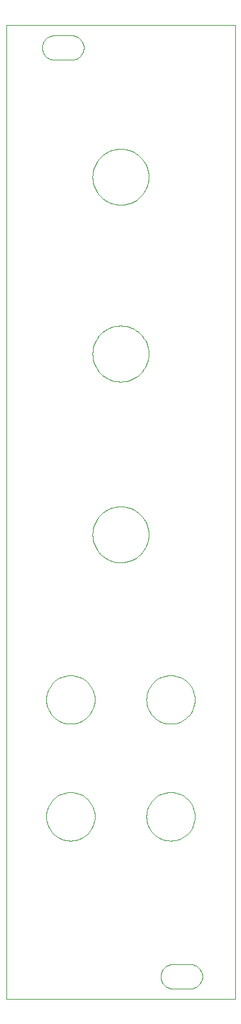
<source format=gbr>
G04 #@! TF.GenerationSoftware,KiCad,Pcbnew,(5.1.10-1-10_14)*
G04 #@! TF.CreationDate,2021-09-13T20:29:14+02:00*
G04 #@! TF.ProjectId,Ring_fold_panel,52696e67-5f66-46f6-9c64-5f70616e656c,rev?*
G04 #@! TF.SameCoordinates,Original*
G04 #@! TF.FileFunction,Profile,NP*
%FSLAX46Y46*%
G04 Gerber Fmt 4.6, Leading zero omitted, Abs format (unit mm)*
G04 Created by KiCad (PCBNEW (5.1.10-1-10_14)) date 2021-09-13 20:29:14*
%MOMM*%
%LPD*%
G01*
G04 APERTURE LIST*
G04 #@! TA.AperFunction,Profile*
%ADD10C,0.100000*%
G04 #@! TD*
G04 APERTURE END LIST*
D10*
X118674500Y-34492500D02*
X148914500Y-34492500D01*
X148914500Y-34492500D02*
X148914500Y-162992500D01*
X148914500Y-162992500D02*
X118674500Y-162992500D01*
X118674500Y-162992500D02*
X118674500Y-34492500D01*
X118674500Y-34492500D02*
X118674500Y-34492500D01*
X125024500Y-35892500D02*
X127324500Y-35892500D01*
X127324500Y-35892500D02*
X127488540Y-35900730D01*
X127488540Y-35900730D02*
X127647740Y-35924890D01*
X127647740Y-35924890D02*
X127801310Y-35964200D01*
X127801310Y-35964200D02*
X127948450Y-36017850D01*
X127948450Y-36017850D02*
X128088370Y-36085060D01*
X128088370Y-36085060D02*
X128220280Y-36165030D01*
X128220280Y-36165030D02*
X128456900Y-36360100D01*
X128456900Y-36360100D02*
X128651970Y-36596720D01*
X128651970Y-36596720D02*
X128731900Y-36728630D01*
X128731900Y-36728630D02*
X128799100Y-36868550D01*
X128799100Y-36868550D02*
X128852800Y-37015690D01*
X128852800Y-37015690D02*
X128892100Y-37169260D01*
X128892100Y-37169260D02*
X128916300Y-37328460D01*
X128916300Y-37328460D02*
X128924500Y-37492500D01*
X128924500Y-37492500D02*
X128916300Y-37656540D01*
X128916300Y-37656540D02*
X128892100Y-37815740D01*
X128892100Y-37815740D02*
X128852800Y-37969310D01*
X128852800Y-37969310D02*
X128799100Y-38116450D01*
X128799100Y-38116450D02*
X128731900Y-38256370D01*
X128731900Y-38256370D02*
X128651970Y-38388280D01*
X128651970Y-38388280D02*
X128456900Y-38624900D01*
X128456900Y-38624900D02*
X128220280Y-38819970D01*
X128220280Y-38819970D02*
X128088370Y-38899940D01*
X128088370Y-38899940D02*
X127948450Y-38967150D01*
X127948450Y-38967150D02*
X127801310Y-39020800D01*
X127801310Y-39020800D02*
X127647740Y-39060110D01*
X127647740Y-39060110D02*
X127488540Y-39084270D01*
X127488540Y-39084270D02*
X127324500Y-39092500D01*
X127324500Y-39092500D02*
X125024500Y-39092500D01*
X125024500Y-39092500D02*
X124860460Y-39084270D01*
X124860460Y-39084270D02*
X124701260Y-39060110D01*
X124701260Y-39060110D02*
X124547690Y-39020800D01*
X124547690Y-39020800D02*
X124400550Y-38967150D01*
X124400550Y-38967150D02*
X124260630Y-38899940D01*
X124260630Y-38899940D02*
X124128720Y-38819970D01*
X124128720Y-38819970D02*
X123892100Y-38624900D01*
X123892100Y-38624900D02*
X123697030Y-38388280D01*
X123697030Y-38388280D02*
X123617060Y-38256370D01*
X123617060Y-38256370D02*
X123549850Y-38116450D01*
X123549850Y-38116450D02*
X123496200Y-37969310D01*
X123496200Y-37969310D02*
X123456890Y-37815740D01*
X123456890Y-37815740D02*
X123432730Y-37656540D01*
X123432730Y-37656540D02*
X123424500Y-37492500D01*
X123424500Y-37492500D02*
X123432730Y-37328460D01*
X123432730Y-37328460D02*
X123456890Y-37169260D01*
X123456890Y-37169260D02*
X123496200Y-37015690D01*
X123496200Y-37015690D02*
X123549850Y-36868550D01*
X123549850Y-36868550D02*
X123617060Y-36728630D01*
X123617060Y-36728630D02*
X123697030Y-36596720D01*
X123697030Y-36596720D02*
X123892100Y-36360100D01*
X123892100Y-36360100D02*
X124128720Y-36165030D01*
X124128720Y-36165030D02*
X124260630Y-36085060D01*
X124260630Y-36085060D02*
X124400550Y-36017850D01*
X124400550Y-36017850D02*
X124547690Y-35964200D01*
X124547690Y-35964200D02*
X124701260Y-35924890D01*
X124701260Y-35924890D02*
X124860460Y-35900730D01*
X124860460Y-35900730D02*
X125024500Y-35892500D01*
X125024500Y-35892500D02*
X125024500Y-35892500D01*
X125024500Y-35892500D02*
X125024500Y-35892500D01*
X140695000Y-158392500D02*
X142995000Y-158392500D01*
X142995000Y-158392500D02*
X143159100Y-158400500D01*
X143159100Y-158400500D02*
X143318300Y-158424500D01*
X143318300Y-158424500D02*
X143471800Y-158464500D01*
X143471800Y-158464500D02*
X143619000Y-158517500D01*
X143619000Y-158517500D02*
X143758900Y-158585500D01*
X143758900Y-158585500D02*
X143890800Y-158665500D01*
X143890800Y-158665500D02*
X144127400Y-158860500D01*
X144127400Y-158860500D02*
X144322500Y-159096500D01*
X144322500Y-159096500D02*
X144402500Y-159228500D01*
X144402500Y-159228500D02*
X144469700Y-159368500D01*
X144469700Y-159368500D02*
X144523300Y-159515500D01*
X144523300Y-159515500D02*
X144562600Y-159669500D01*
X144562600Y-159669500D02*
X144586800Y-159828500D01*
X144586800Y-159828500D02*
X144595000Y-159992500D01*
X144595000Y-159992500D02*
X144586800Y-160156500D01*
X144586800Y-160156500D02*
X144562600Y-160315500D01*
X144562600Y-160315500D02*
X144523300Y-160469500D01*
X144523300Y-160469500D02*
X144469700Y-160616500D01*
X144469700Y-160616500D02*
X144402500Y-160756500D01*
X144402500Y-160756500D02*
X144322500Y-160888500D01*
X144322500Y-160888500D02*
X144127400Y-161124500D01*
X144127400Y-161124500D02*
X143890800Y-161319500D01*
X143890800Y-161319500D02*
X143758900Y-161399500D01*
X143758900Y-161399500D02*
X143619000Y-161467500D01*
X143619000Y-161467500D02*
X143471800Y-161520500D01*
X143471800Y-161520500D02*
X143318300Y-161560500D01*
X143318300Y-161560500D02*
X143159100Y-161584500D01*
X143159100Y-161584500D02*
X142995000Y-161592500D01*
X142995000Y-161592500D02*
X140695000Y-161592500D01*
X140695000Y-161592500D02*
X140531000Y-161584500D01*
X140531000Y-161584500D02*
X140371800Y-161560500D01*
X140371800Y-161560500D02*
X140218200Y-161520500D01*
X140218200Y-161520500D02*
X140071100Y-161467500D01*
X140071100Y-161467500D02*
X139931200Y-161399500D01*
X139931200Y-161399500D02*
X139799300Y-161319500D01*
X139799300Y-161319500D02*
X139562600Y-161124500D01*
X139562600Y-161124500D02*
X139367600Y-160888500D01*
X139367600Y-160888500D02*
X139287600Y-160756500D01*
X139287600Y-160756500D02*
X139220400Y-160616500D01*
X139220400Y-160616500D02*
X139166700Y-160469500D01*
X139166700Y-160469500D02*
X139127400Y-160315500D01*
X139127400Y-160315500D02*
X139103300Y-160156500D01*
X139103300Y-160156500D02*
X139095000Y-159992500D01*
X139095000Y-159992500D02*
X139103300Y-159828500D01*
X139103300Y-159828500D02*
X139127400Y-159669500D01*
X139127400Y-159669500D02*
X139166700Y-159515500D01*
X139166700Y-159515500D02*
X139220400Y-159368500D01*
X139220400Y-159368500D02*
X139287600Y-159228500D01*
X139287600Y-159228500D02*
X139367600Y-159096500D01*
X139367600Y-159096500D02*
X139562600Y-158860500D01*
X139562600Y-158860500D02*
X139799300Y-158665500D01*
X139799300Y-158665500D02*
X139931200Y-158585500D01*
X139931200Y-158585500D02*
X140071100Y-158517500D01*
X140071100Y-158517500D02*
X140218200Y-158464500D01*
X140218200Y-158464500D02*
X140371800Y-158424500D01*
X140371800Y-158424500D02*
X140531000Y-158400500D01*
X140531000Y-158400500D02*
X140695000Y-158392500D01*
X140695000Y-158392500D02*
X140695000Y-158392500D01*
X140695000Y-158392500D02*
X140695000Y-158392500D01*
X137494500Y-54548400D02*
X137475400Y-54926700D01*
X137475400Y-54926700D02*
X137419300Y-55294000D01*
X137419300Y-55294000D02*
X137328100Y-55648600D01*
X137328100Y-55648600D02*
X137203700Y-55988600D01*
X137203700Y-55988600D02*
X137047900Y-56312000D01*
X137047900Y-56312000D02*
X136862600Y-56617100D01*
X136862600Y-56617100D02*
X136649600Y-56901900D01*
X136649600Y-56901900D02*
X136410800Y-57164700D01*
X136410800Y-57164700D02*
X136148000Y-57403500D01*
X136148000Y-57403500D02*
X135863200Y-57616500D01*
X135863200Y-57616500D02*
X135558100Y-57801800D01*
X135558100Y-57801800D02*
X135234700Y-57957600D01*
X135234700Y-57957600D02*
X134894700Y-58082000D01*
X134894700Y-58082000D02*
X134540200Y-58173200D01*
X134540200Y-58173200D02*
X134172800Y-58229300D01*
X134172800Y-58229300D02*
X133794500Y-58248400D01*
X133794500Y-58248400D02*
X133428800Y-58230300D01*
X133428800Y-58230300D02*
X133069300Y-58176600D01*
X133069300Y-58176600D02*
X132718400Y-58088400D01*
X132718400Y-58088400D02*
X132378500Y-57966700D01*
X132378500Y-57966700D02*
X132052200Y-57812500D01*
X132052200Y-57812500D02*
X131741700Y-57626700D01*
X131741700Y-57626700D02*
X131449600Y-57410400D01*
X131449600Y-57410400D02*
X131178200Y-57164700D01*
X131178200Y-57164700D02*
X130932400Y-56893300D01*
X130932400Y-56893300D02*
X130716100Y-56601100D01*
X130716100Y-56601100D02*
X130530400Y-56290700D01*
X130530400Y-56290700D02*
X130376100Y-55964300D01*
X130376100Y-55964300D02*
X130254400Y-55624500D01*
X130254400Y-55624500D02*
X130166200Y-55273600D01*
X130166200Y-55273600D02*
X130112600Y-54914100D01*
X130112600Y-54914100D02*
X130094500Y-54548400D01*
X130094500Y-54548400D02*
X130112600Y-54182700D01*
X130112600Y-54182700D02*
X130166200Y-53823200D01*
X130166200Y-53823200D02*
X130254400Y-53472300D01*
X130254400Y-53472300D02*
X130376100Y-53132400D01*
X130376100Y-53132400D02*
X130530400Y-52806100D01*
X130530400Y-52806100D02*
X130716100Y-52495600D01*
X130716100Y-52495600D02*
X130932400Y-52203500D01*
X130932400Y-52203500D02*
X131178200Y-51932100D01*
X131178200Y-51932100D02*
X131449600Y-51686300D01*
X131449600Y-51686300D02*
X131741700Y-51470000D01*
X131741700Y-51470000D02*
X132052200Y-51284300D01*
X132052200Y-51284300D02*
X132378500Y-51130000D01*
X132378500Y-51130000D02*
X132718400Y-51008300D01*
X132718400Y-51008300D02*
X133069300Y-50920100D01*
X133069300Y-50920100D02*
X133428800Y-50866500D01*
X133428800Y-50866500D02*
X133794500Y-50848400D01*
X133794500Y-50848400D02*
X134160200Y-50866500D01*
X134160200Y-50866500D02*
X134519700Y-50920100D01*
X134519700Y-50920100D02*
X134870600Y-51008300D01*
X134870600Y-51008300D02*
X135210400Y-51130000D01*
X135210400Y-51130000D02*
X135536800Y-51284300D01*
X135536800Y-51284300D02*
X135847200Y-51470000D01*
X135847200Y-51470000D02*
X136139400Y-51686300D01*
X136139400Y-51686300D02*
X136410800Y-51932100D01*
X136410800Y-51932100D02*
X136656600Y-52203500D01*
X136656600Y-52203500D02*
X136872800Y-52495600D01*
X136872800Y-52495600D02*
X137058600Y-52806100D01*
X137058600Y-52806100D02*
X137212800Y-53132400D01*
X137212800Y-53132400D02*
X137334500Y-53472300D01*
X137334500Y-53472300D02*
X137422700Y-53823200D01*
X137422700Y-53823200D02*
X137476400Y-54182700D01*
X137476400Y-54182700D02*
X137494500Y-54548400D01*
X137494500Y-54548400D02*
X137494500Y-54548400D01*
X137494500Y-77865900D02*
X137475400Y-78244200D01*
X137475400Y-78244200D02*
X137419300Y-78611500D01*
X137419300Y-78611500D02*
X137328100Y-78966100D01*
X137328100Y-78966100D02*
X137203700Y-79306100D01*
X137203700Y-79306100D02*
X137047900Y-79629500D01*
X137047900Y-79629500D02*
X136862600Y-79934600D01*
X136862600Y-79934600D02*
X136649600Y-80219400D01*
X136649600Y-80219400D02*
X136410800Y-80482200D01*
X136410800Y-80482200D02*
X136148000Y-80721000D01*
X136148000Y-80721000D02*
X135863200Y-80934000D01*
X135863200Y-80934000D02*
X135558100Y-81119300D01*
X135558100Y-81119300D02*
X135234700Y-81275100D01*
X135234700Y-81275100D02*
X134894700Y-81399500D01*
X134894700Y-81399500D02*
X134540200Y-81490700D01*
X134540200Y-81490700D02*
X134172800Y-81546800D01*
X134172800Y-81546800D02*
X133794500Y-81565900D01*
X133794500Y-81565900D02*
X133428800Y-81547800D01*
X133428800Y-81547800D02*
X133069300Y-81494100D01*
X133069300Y-81494100D02*
X132718400Y-81405900D01*
X132718400Y-81405900D02*
X132378500Y-81284200D01*
X132378500Y-81284200D02*
X132052200Y-81130000D01*
X132052200Y-81130000D02*
X131741700Y-80944200D01*
X131741700Y-80944200D02*
X131449600Y-80727900D01*
X131449600Y-80727900D02*
X131178200Y-80482200D01*
X131178200Y-80482200D02*
X130932400Y-80210800D01*
X130932400Y-80210800D02*
X130716100Y-79918600D01*
X130716100Y-79918600D02*
X130530400Y-79608200D01*
X130530400Y-79608200D02*
X130376100Y-79281800D01*
X130376100Y-79281800D02*
X130254400Y-78942000D01*
X130254400Y-78942000D02*
X130166200Y-78591100D01*
X130166200Y-78591100D02*
X130112600Y-78231600D01*
X130112600Y-78231600D02*
X130094500Y-77865900D01*
X130094500Y-77865900D02*
X130112600Y-77500200D01*
X130112600Y-77500200D02*
X130166200Y-77140700D01*
X130166200Y-77140700D02*
X130254400Y-76789800D01*
X130254400Y-76789800D02*
X130376100Y-76449900D01*
X130376100Y-76449900D02*
X130530400Y-76123600D01*
X130530400Y-76123600D02*
X130716100Y-75813100D01*
X130716100Y-75813100D02*
X130932400Y-75521000D01*
X130932400Y-75521000D02*
X131178200Y-75249600D01*
X131178200Y-75249600D02*
X131449600Y-75003800D01*
X131449600Y-75003800D02*
X131741700Y-74787500D01*
X131741700Y-74787500D02*
X132052200Y-74601800D01*
X132052200Y-74601800D02*
X132378500Y-74447500D01*
X132378500Y-74447500D02*
X132718400Y-74325800D01*
X132718400Y-74325800D02*
X133069300Y-74237600D01*
X133069300Y-74237600D02*
X133428800Y-74184000D01*
X133428800Y-74184000D02*
X133794500Y-74165900D01*
X133794500Y-74165900D02*
X134160200Y-74184000D01*
X134160200Y-74184000D02*
X134519700Y-74237600D01*
X134519700Y-74237600D02*
X134870600Y-74325800D01*
X134870600Y-74325800D02*
X135210400Y-74447500D01*
X135210400Y-74447500D02*
X135536800Y-74601800D01*
X135536800Y-74601800D02*
X135847200Y-74787500D01*
X135847200Y-74787500D02*
X136139400Y-75003800D01*
X136139400Y-75003800D02*
X136410800Y-75249600D01*
X136410800Y-75249600D02*
X136656600Y-75521000D01*
X136656600Y-75521000D02*
X136872800Y-75813100D01*
X136872800Y-75813100D02*
X137058600Y-76123600D01*
X137058600Y-76123600D02*
X137212800Y-76449900D01*
X137212800Y-76449900D02*
X137334500Y-76789800D01*
X137334500Y-76789800D02*
X137422700Y-77140700D01*
X137422700Y-77140700D02*
X137476400Y-77500200D01*
X137476400Y-77500200D02*
X137494500Y-77865900D01*
X137494500Y-77865900D02*
X137494500Y-77865900D01*
X137494500Y-101712600D02*
X137475400Y-102090900D01*
X137475400Y-102090900D02*
X137419300Y-102458200D01*
X137419300Y-102458200D02*
X137328100Y-102812800D01*
X137328100Y-102812800D02*
X137203700Y-103152800D01*
X137203700Y-103152800D02*
X137047900Y-103476200D01*
X137047900Y-103476200D02*
X136862600Y-103781300D01*
X136862600Y-103781300D02*
X136649600Y-104066100D01*
X136649600Y-104066100D02*
X136410800Y-104328900D01*
X136410800Y-104328900D02*
X136148000Y-104567700D01*
X136148000Y-104567700D02*
X135863200Y-104780700D01*
X135863200Y-104780700D02*
X135558100Y-104966000D01*
X135558100Y-104966000D02*
X135234700Y-105121800D01*
X135234700Y-105121800D02*
X134894700Y-105246200D01*
X134894700Y-105246200D02*
X134540200Y-105337400D01*
X134540200Y-105337400D02*
X134172800Y-105393500D01*
X134172800Y-105393500D02*
X133794500Y-105412600D01*
X133794500Y-105412600D02*
X133428800Y-105394500D01*
X133428800Y-105394500D02*
X133069300Y-105340800D01*
X133069300Y-105340800D02*
X132718400Y-105252600D01*
X132718400Y-105252600D02*
X132378500Y-105130900D01*
X132378500Y-105130900D02*
X132052200Y-104976700D01*
X132052200Y-104976700D02*
X131741700Y-104790900D01*
X131741700Y-104790900D02*
X131449600Y-104574600D01*
X131449600Y-104574600D02*
X131178200Y-104328900D01*
X131178200Y-104328900D02*
X130932400Y-104057500D01*
X130932400Y-104057500D02*
X130716100Y-103765300D01*
X130716100Y-103765300D02*
X130530400Y-103454900D01*
X130530400Y-103454900D02*
X130376100Y-103128500D01*
X130376100Y-103128500D02*
X130254400Y-102788700D01*
X130254400Y-102788700D02*
X130166200Y-102437800D01*
X130166200Y-102437800D02*
X130112600Y-102078300D01*
X130112600Y-102078300D02*
X130094500Y-101712600D01*
X130094500Y-101712600D02*
X130112600Y-101346900D01*
X130112600Y-101346900D02*
X130166200Y-100987400D01*
X130166200Y-100987400D02*
X130254400Y-100636500D01*
X130254400Y-100636500D02*
X130376100Y-100296600D01*
X130376100Y-100296600D02*
X130530400Y-99970300D01*
X130530400Y-99970300D02*
X130716100Y-99659800D01*
X130716100Y-99659800D02*
X130932400Y-99367700D01*
X130932400Y-99367700D02*
X131178200Y-99096300D01*
X131178200Y-99096300D02*
X131449600Y-98850500D01*
X131449600Y-98850500D02*
X131741700Y-98634200D01*
X131741700Y-98634200D02*
X132052200Y-98448500D01*
X132052200Y-98448500D02*
X132378500Y-98294200D01*
X132378500Y-98294200D02*
X132718400Y-98172500D01*
X132718400Y-98172500D02*
X133069300Y-98084300D01*
X133069300Y-98084300D02*
X133428800Y-98030700D01*
X133428800Y-98030700D02*
X133794500Y-98012600D01*
X133794500Y-98012600D02*
X134160200Y-98030700D01*
X134160200Y-98030700D02*
X134519700Y-98084300D01*
X134519700Y-98084300D02*
X134870600Y-98172500D01*
X134870600Y-98172500D02*
X135210400Y-98294200D01*
X135210400Y-98294200D02*
X135536800Y-98448500D01*
X135536800Y-98448500D02*
X135847200Y-98634200D01*
X135847200Y-98634200D02*
X136139400Y-98850500D01*
X136139400Y-98850500D02*
X136410800Y-99096300D01*
X136410800Y-99096300D02*
X136656600Y-99367700D01*
X136656600Y-99367700D02*
X136872800Y-99659800D01*
X136872800Y-99659800D02*
X137058600Y-99970300D01*
X137058600Y-99970300D02*
X137212800Y-100296600D01*
X137212800Y-100296600D02*
X137334500Y-100636500D01*
X137334500Y-100636500D02*
X137422700Y-100987400D01*
X137422700Y-100987400D02*
X137476400Y-101346900D01*
X137476400Y-101346900D02*
X137494500Y-101712600D01*
X137494500Y-101712600D02*
X137494500Y-101712600D01*
X130379000Y-123473800D02*
X130363400Y-123790100D01*
X130363400Y-123790100D02*
X130317000Y-124101000D01*
X130317000Y-124101000D02*
X130240700Y-124404500D01*
X130240700Y-124404500D02*
X130135400Y-124698400D01*
X130135400Y-124698400D02*
X130002100Y-124980600D01*
X130002100Y-124980600D02*
X129841400Y-125249200D01*
X129841400Y-125249200D02*
X129654300Y-125501800D01*
X129654300Y-125501800D02*
X129441800Y-125736500D01*
X129441800Y-125736500D02*
X129207000Y-125949100D01*
X129207000Y-125949100D02*
X128954400Y-126136200D01*
X128954400Y-126136200D02*
X128685900Y-126296800D01*
X128685900Y-126296800D02*
X128403590Y-126430200D01*
X128403590Y-126430200D02*
X128109670Y-126535500D01*
X128109670Y-126535500D02*
X127806210Y-126611700D01*
X127806210Y-126611700D02*
X127495280Y-126658100D01*
X127495280Y-126658100D02*
X127179000Y-126673800D01*
X127179000Y-126673800D02*
X126862720Y-126658100D01*
X126862720Y-126658100D02*
X126551800Y-126611700D01*
X126551800Y-126611700D02*
X126248330Y-126535500D01*
X126248330Y-126535500D02*
X125954410Y-126430200D01*
X125954410Y-126430200D02*
X125672150Y-126296800D01*
X125672150Y-126296800D02*
X125403640Y-126136200D01*
X125403640Y-126136200D02*
X125150980Y-125949100D01*
X125150980Y-125949100D02*
X124916260Y-125736500D01*
X124916260Y-125736500D02*
X124703690Y-125501800D01*
X124703690Y-125501800D02*
X124516640Y-125249200D01*
X124516640Y-125249200D02*
X124355980Y-124980600D01*
X124355980Y-124980600D02*
X124222590Y-124698400D01*
X124222590Y-124698400D02*
X124117320Y-124404500D01*
X124117320Y-124404500D02*
X124041060Y-124101000D01*
X124041060Y-124101000D02*
X123994660Y-123790100D01*
X123994660Y-123790100D02*
X123979000Y-123473800D01*
X123979000Y-123473800D02*
X123994660Y-123157500D01*
X123994660Y-123157500D02*
X124041060Y-122846600D01*
X124041060Y-122846600D02*
X124117320Y-122543100D01*
X124117320Y-122543100D02*
X124222590Y-122249200D01*
X124222590Y-122249200D02*
X124355980Y-121966900D01*
X124355980Y-121966900D02*
X124516640Y-121698400D01*
X124516640Y-121698400D02*
X124703690Y-121445800D01*
X124703690Y-121445800D02*
X124916260Y-121211100D01*
X124916260Y-121211100D02*
X125150980Y-120998500D01*
X125150980Y-120998500D02*
X125403640Y-120811400D01*
X125403640Y-120811400D02*
X125672150Y-120650800D01*
X125672150Y-120650800D02*
X125954410Y-120517400D01*
X125954410Y-120517400D02*
X126248330Y-120412100D01*
X126248330Y-120412100D02*
X126551800Y-120335800D01*
X126551800Y-120335800D02*
X126862720Y-120289500D01*
X126862720Y-120289500D02*
X127179000Y-120273800D01*
X127179000Y-120273800D02*
X127495280Y-120289500D01*
X127495280Y-120289500D02*
X127806210Y-120335800D01*
X127806210Y-120335800D02*
X128109670Y-120412100D01*
X128109670Y-120412100D02*
X128403590Y-120517400D01*
X128403590Y-120517400D02*
X128685900Y-120650800D01*
X128685900Y-120650800D02*
X128954400Y-120811400D01*
X128954400Y-120811400D02*
X129207000Y-120998500D01*
X129207000Y-120998500D02*
X129441800Y-121211100D01*
X129441800Y-121211100D02*
X129654300Y-121445800D01*
X129654300Y-121445800D02*
X129841400Y-121698400D01*
X129841400Y-121698400D02*
X130002100Y-121966900D01*
X130002100Y-121966900D02*
X130135400Y-122249200D01*
X130135400Y-122249200D02*
X130240700Y-122543100D01*
X130240700Y-122543100D02*
X130317000Y-122846600D01*
X130317000Y-122846600D02*
X130363400Y-123157500D01*
X130363400Y-123157500D02*
X130379000Y-123473800D01*
X130379000Y-123473800D02*
X130379000Y-123473800D01*
X130379000Y-123473800D02*
X130379000Y-123473800D01*
X143610000Y-123473800D02*
X143594400Y-123790100D01*
X143594400Y-123790100D02*
X143548000Y-124101000D01*
X143548000Y-124101000D02*
X143471700Y-124404500D01*
X143471700Y-124404500D02*
X143366400Y-124698400D01*
X143366400Y-124698400D02*
X143233100Y-124980600D01*
X143233100Y-124980600D02*
X143072400Y-125249200D01*
X143072400Y-125249200D02*
X142885300Y-125501800D01*
X142885300Y-125501800D02*
X142672800Y-125736500D01*
X142672800Y-125736500D02*
X142438100Y-125949100D01*
X142438100Y-125949100D02*
X142185400Y-126136200D01*
X142185400Y-126136200D02*
X141916900Y-126296800D01*
X141916900Y-126296800D02*
X141634600Y-126430200D01*
X141634600Y-126430200D02*
X141340700Y-126535500D01*
X141340700Y-126535500D02*
X141037200Y-126611700D01*
X141037200Y-126611700D02*
X140726300Y-126658100D01*
X140726300Y-126658100D02*
X140410000Y-126673800D01*
X140410000Y-126673800D02*
X140093700Y-126658100D01*
X140093700Y-126658100D02*
X139782800Y-126611700D01*
X139782800Y-126611700D02*
X139479400Y-126535500D01*
X139479400Y-126535500D02*
X139185400Y-126430200D01*
X139185400Y-126430200D02*
X138903200Y-126296800D01*
X138903200Y-126296800D02*
X138634700Y-126136200D01*
X138634700Y-126136200D02*
X138382000Y-125949100D01*
X138382000Y-125949100D02*
X138147300Y-125736500D01*
X138147300Y-125736500D02*
X137934700Y-125501800D01*
X137934700Y-125501800D02*
X137747700Y-125249200D01*
X137747700Y-125249200D02*
X137587000Y-124980600D01*
X137587000Y-124980600D02*
X137453600Y-124698400D01*
X137453600Y-124698400D02*
X137348300Y-124404500D01*
X137348300Y-124404500D02*
X137272100Y-124101000D01*
X137272100Y-124101000D02*
X137225700Y-123790100D01*
X137225700Y-123790100D02*
X137210000Y-123473800D01*
X137210000Y-123473800D02*
X137225700Y-123157500D01*
X137225700Y-123157500D02*
X137272100Y-122846600D01*
X137272100Y-122846600D02*
X137348300Y-122543100D01*
X137348300Y-122543100D02*
X137453600Y-122249200D01*
X137453600Y-122249200D02*
X137587000Y-121966900D01*
X137587000Y-121966900D02*
X137747700Y-121698400D01*
X137747700Y-121698400D02*
X137934700Y-121445800D01*
X137934700Y-121445800D02*
X138147300Y-121211100D01*
X138147300Y-121211100D02*
X138382000Y-120998500D01*
X138382000Y-120998500D02*
X138634700Y-120811400D01*
X138634700Y-120811400D02*
X138903200Y-120650800D01*
X138903200Y-120650800D02*
X139185400Y-120517400D01*
X139185400Y-120517400D02*
X139479400Y-120412100D01*
X139479400Y-120412100D02*
X139782800Y-120335800D01*
X139782800Y-120335800D02*
X140093700Y-120289500D01*
X140093700Y-120289500D02*
X140410000Y-120273800D01*
X140410000Y-120273800D02*
X140726300Y-120289500D01*
X140726300Y-120289500D02*
X141037200Y-120335800D01*
X141037200Y-120335800D02*
X141340700Y-120412100D01*
X141340700Y-120412100D02*
X141634600Y-120517400D01*
X141634600Y-120517400D02*
X141916900Y-120650800D01*
X141916900Y-120650800D02*
X142185400Y-120811400D01*
X142185400Y-120811400D02*
X142438100Y-120998500D01*
X142438100Y-120998500D02*
X142672800Y-121211100D01*
X142672800Y-121211100D02*
X142885300Y-121445800D01*
X142885300Y-121445800D02*
X143072400Y-121698400D01*
X143072400Y-121698400D02*
X143233100Y-121966900D01*
X143233100Y-121966900D02*
X143366400Y-122249200D01*
X143366400Y-122249200D02*
X143471700Y-122543100D01*
X143471700Y-122543100D02*
X143548000Y-122846600D01*
X143548000Y-122846600D02*
X143594400Y-123157500D01*
X143594400Y-123157500D02*
X143610000Y-123473800D01*
X143610000Y-123473800D02*
X143610000Y-123473800D01*
X143610000Y-123473800D02*
X143610000Y-123473800D01*
X130379000Y-138896500D02*
X130363400Y-139212500D01*
X130363400Y-139212500D02*
X130317000Y-139523500D01*
X130317000Y-139523500D02*
X130240700Y-139826500D01*
X130240700Y-139826500D02*
X130135400Y-140120500D01*
X130135400Y-140120500D02*
X130002100Y-140402500D01*
X130002100Y-140402500D02*
X129841400Y-140671500D01*
X129841400Y-140671500D02*
X129654300Y-140924500D01*
X129654300Y-140924500D02*
X129441800Y-141158500D01*
X129441800Y-141158500D02*
X129207000Y-141371500D01*
X129207000Y-141371500D02*
X128954400Y-141558500D01*
X128954400Y-141558500D02*
X128685900Y-141719500D01*
X128685900Y-141719500D02*
X128403590Y-141852500D01*
X128403590Y-141852500D02*
X128109670Y-141957500D01*
X128109670Y-141957500D02*
X127806210Y-142033500D01*
X127806210Y-142033500D02*
X127495280Y-142080500D01*
X127495280Y-142080500D02*
X127179000Y-142096500D01*
X127179000Y-142096500D02*
X126862720Y-142080500D01*
X126862720Y-142080500D02*
X126551800Y-142033500D01*
X126551800Y-142033500D02*
X126248330Y-141957500D01*
X126248330Y-141957500D02*
X125954410Y-141852500D01*
X125954410Y-141852500D02*
X125672150Y-141719500D01*
X125672150Y-141719500D02*
X125403640Y-141558500D01*
X125403640Y-141558500D02*
X125150980Y-141371500D01*
X125150980Y-141371500D02*
X124916260Y-141158500D01*
X124916260Y-141158500D02*
X124703690Y-140924500D01*
X124703690Y-140924500D02*
X124516640Y-140671500D01*
X124516640Y-140671500D02*
X124355980Y-140402500D01*
X124355980Y-140402500D02*
X124222590Y-140120500D01*
X124222590Y-140120500D02*
X124117320Y-139826500D01*
X124117320Y-139826500D02*
X124041060Y-139523500D01*
X124041060Y-139523500D02*
X123994660Y-139212500D01*
X123994660Y-139212500D02*
X123979000Y-138896500D01*
X123979000Y-138896500D02*
X123994660Y-138579500D01*
X123994660Y-138579500D02*
X124041060Y-138268500D01*
X124041060Y-138268500D02*
X124117320Y-137965500D01*
X124117320Y-137965500D02*
X124222590Y-137671500D01*
X124222590Y-137671500D02*
X124355980Y-137389500D01*
X124355980Y-137389500D02*
X124516640Y-137120500D01*
X124516640Y-137120500D02*
X124703690Y-136868500D01*
X124703690Y-136868500D02*
X124916260Y-136633500D01*
X124916260Y-136633500D02*
X125150980Y-136420500D01*
X125150980Y-136420500D02*
X125403640Y-136233500D01*
X125403640Y-136233500D02*
X125672150Y-136073500D01*
X125672150Y-136073500D02*
X125954410Y-135939500D01*
X125954410Y-135939500D02*
X126248330Y-135834500D01*
X126248330Y-135834500D02*
X126551800Y-135758500D01*
X126551800Y-135758500D02*
X126862720Y-135711500D01*
X126862720Y-135711500D02*
X127179000Y-135696500D01*
X127179000Y-135696500D02*
X127495280Y-135711500D01*
X127495280Y-135711500D02*
X127806210Y-135758500D01*
X127806210Y-135758500D02*
X128109670Y-135834500D01*
X128109670Y-135834500D02*
X128403590Y-135939500D01*
X128403590Y-135939500D02*
X128685900Y-136073500D01*
X128685900Y-136073500D02*
X128954400Y-136233500D01*
X128954400Y-136233500D02*
X129207000Y-136420500D01*
X129207000Y-136420500D02*
X129441800Y-136633500D01*
X129441800Y-136633500D02*
X129654300Y-136868500D01*
X129654300Y-136868500D02*
X129841400Y-137120500D01*
X129841400Y-137120500D02*
X130002100Y-137389500D01*
X130002100Y-137389500D02*
X130135400Y-137671500D01*
X130135400Y-137671500D02*
X130240700Y-137965500D01*
X130240700Y-137965500D02*
X130317000Y-138268500D01*
X130317000Y-138268500D02*
X130363400Y-138579500D01*
X130363400Y-138579500D02*
X130379000Y-138896500D01*
X130379000Y-138896500D02*
X130379000Y-138896500D01*
X130379000Y-138896500D02*
X130379000Y-138896500D01*
X143610000Y-138896500D02*
X143594400Y-139212500D01*
X143594400Y-139212500D02*
X143548000Y-139523500D01*
X143548000Y-139523500D02*
X143471700Y-139826500D01*
X143471700Y-139826500D02*
X143366400Y-140120500D01*
X143366400Y-140120500D02*
X143233100Y-140402500D01*
X143233100Y-140402500D02*
X143072400Y-140671500D01*
X143072400Y-140671500D02*
X142885300Y-140924500D01*
X142885300Y-140924500D02*
X142672800Y-141158500D01*
X142672800Y-141158500D02*
X142438100Y-141371500D01*
X142438100Y-141371500D02*
X142185400Y-141558500D01*
X142185400Y-141558500D02*
X141916900Y-141719500D01*
X141916900Y-141719500D02*
X141634600Y-141852500D01*
X141634600Y-141852500D02*
X141340700Y-141957500D01*
X141340700Y-141957500D02*
X141037200Y-142033500D01*
X141037200Y-142033500D02*
X140726300Y-142080500D01*
X140726300Y-142080500D02*
X140410000Y-142096500D01*
X140410000Y-142096500D02*
X140093700Y-142080500D01*
X140093700Y-142080500D02*
X139782800Y-142033500D01*
X139782800Y-142033500D02*
X139479400Y-141957500D01*
X139479400Y-141957500D02*
X139185400Y-141852500D01*
X139185400Y-141852500D02*
X138903200Y-141719500D01*
X138903200Y-141719500D02*
X138634700Y-141558500D01*
X138634700Y-141558500D02*
X138382000Y-141371500D01*
X138382000Y-141371500D02*
X138147300Y-141158500D01*
X138147300Y-141158500D02*
X137934700Y-140924500D01*
X137934700Y-140924500D02*
X137747700Y-140671500D01*
X137747700Y-140671500D02*
X137587000Y-140402500D01*
X137587000Y-140402500D02*
X137453600Y-140120500D01*
X137453600Y-140120500D02*
X137348300Y-139826500D01*
X137348300Y-139826500D02*
X137272100Y-139523500D01*
X137272100Y-139523500D02*
X137225700Y-139212500D01*
X137225700Y-139212500D02*
X137210000Y-138896500D01*
X137210000Y-138896500D02*
X137225700Y-138579500D01*
X137225700Y-138579500D02*
X137272100Y-138268500D01*
X137272100Y-138268500D02*
X137348300Y-137965500D01*
X137348300Y-137965500D02*
X137453600Y-137671500D01*
X137453600Y-137671500D02*
X137587000Y-137389500D01*
X137587000Y-137389500D02*
X137747700Y-137120500D01*
X137747700Y-137120500D02*
X137934700Y-136868500D01*
X137934700Y-136868500D02*
X138147300Y-136633500D01*
X138147300Y-136633500D02*
X138382000Y-136420500D01*
X138382000Y-136420500D02*
X138634700Y-136233500D01*
X138634700Y-136233500D02*
X138903200Y-136073500D01*
X138903200Y-136073500D02*
X139185400Y-135939500D01*
X139185400Y-135939500D02*
X139479400Y-135834500D01*
X139479400Y-135834500D02*
X139782800Y-135758500D01*
X139782800Y-135758500D02*
X140093700Y-135711500D01*
X140093700Y-135711500D02*
X140410000Y-135696500D01*
X140410000Y-135696500D02*
X140726300Y-135711500D01*
X140726300Y-135711500D02*
X141037200Y-135758500D01*
X141037200Y-135758500D02*
X141340700Y-135834500D01*
X141340700Y-135834500D02*
X141634600Y-135939500D01*
X141634600Y-135939500D02*
X141916900Y-136073500D01*
X141916900Y-136073500D02*
X142185400Y-136233500D01*
X142185400Y-136233500D02*
X142438100Y-136420500D01*
X142438100Y-136420500D02*
X142672800Y-136633500D01*
X142672800Y-136633500D02*
X142885300Y-136868500D01*
X142885300Y-136868500D02*
X143072400Y-137120500D01*
X143072400Y-137120500D02*
X143233100Y-137389500D01*
X143233100Y-137389500D02*
X143366400Y-137671500D01*
X143366400Y-137671500D02*
X143471700Y-137965500D01*
X143471700Y-137965500D02*
X143548000Y-138268500D01*
X143548000Y-138268500D02*
X143594400Y-138579500D01*
X143594400Y-138579500D02*
X143610000Y-138896500D01*
X143610000Y-138896500D02*
X143610000Y-138896500D01*
X143610000Y-138896500D02*
X143610000Y-138896500D01*
M02*

</source>
